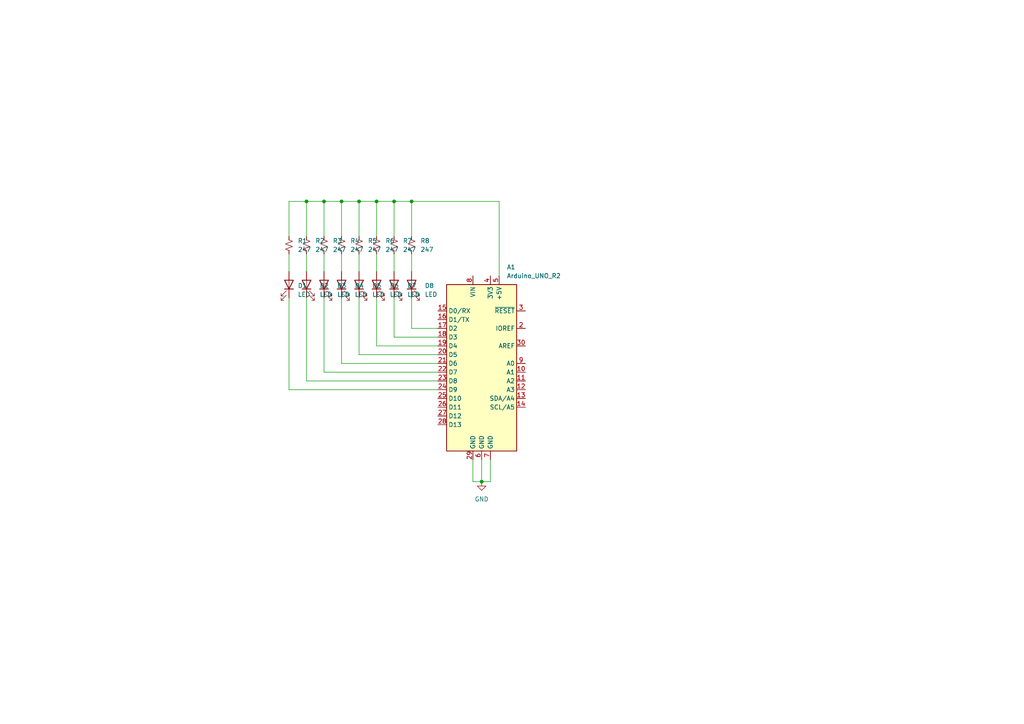
<source format=kicad_sch>
(kicad_sch (version 20230121) (generator eeschema)

  (uuid 2546699e-2cc8-43ad-b4a0-53ccca3d2aa5)

  (paper "A4")

  (title_block
    (title "ARDUINO UNO SHIELD")
    (rev "1")
    (company "BACH KHOA")
    (comment 1 "TRAN DINH HOANG KY ANH")
  )

  (lib_symbols
    (symbol "Device:LED" (pin_numbers hide) (pin_names (offset 1.016) hide) (in_bom yes) (on_board yes)
      (property "Reference" "D" (at 0 2.54 0)
        (effects (font (size 1.27 1.27)))
      )
      (property "Value" "LED" (at 0 -2.54 0)
        (effects (font (size 1.27 1.27)))
      )
      (property "Footprint" "" (at 0 0 0)
        (effects (font (size 1.27 1.27)) hide)
      )
      (property "Datasheet" "~" (at 0 0 0)
        (effects (font (size 1.27 1.27)) hide)
      )
      (property "ki_keywords" "LED diode" (at 0 0 0)
        (effects (font (size 1.27 1.27)) hide)
      )
      (property "ki_description" "Light emitting diode" (at 0 0 0)
        (effects (font (size 1.27 1.27)) hide)
      )
      (property "ki_fp_filters" "LED* LED_SMD:* LED_THT:*" (at 0 0 0)
        (effects (font (size 1.27 1.27)) hide)
      )
      (symbol "LED_0_1"
        (polyline
          (pts
            (xy -1.27 -1.27)
            (xy -1.27 1.27)
          )
          (stroke (width 0.254) (type default))
          (fill (type none))
        )
        (polyline
          (pts
            (xy -1.27 0)
            (xy 1.27 0)
          )
          (stroke (width 0) (type default))
          (fill (type none))
        )
        (polyline
          (pts
            (xy 1.27 -1.27)
            (xy 1.27 1.27)
            (xy -1.27 0)
            (xy 1.27 -1.27)
          )
          (stroke (width 0.254) (type default))
          (fill (type none))
        )
        (polyline
          (pts
            (xy -3.048 -0.762)
            (xy -4.572 -2.286)
            (xy -3.81 -2.286)
            (xy -4.572 -2.286)
            (xy -4.572 -1.524)
          )
          (stroke (width 0) (type default))
          (fill (type none))
        )
        (polyline
          (pts
            (xy -1.778 -0.762)
            (xy -3.302 -2.286)
            (xy -2.54 -2.286)
            (xy -3.302 -2.286)
            (xy -3.302 -1.524)
          )
          (stroke (width 0) (type default))
          (fill (type none))
        )
      )
      (symbol "LED_1_1"
        (pin passive line (at -3.81 0 0) (length 2.54)
          (name "K" (effects (font (size 1.27 1.27))))
          (number "1" (effects (font (size 1.27 1.27))))
        )
        (pin passive line (at 3.81 0 180) (length 2.54)
          (name "A" (effects (font (size 1.27 1.27))))
          (number "2" (effects (font (size 1.27 1.27))))
        )
      )
    )
    (symbol "Device:R_Small_US" (pin_numbers hide) (pin_names (offset 0.254) hide) (in_bom yes) (on_board yes)
      (property "Reference" "R" (at 0.762 0.508 0)
        (effects (font (size 1.27 1.27)) (justify left))
      )
      (property "Value" "R_Small_US" (at 0.762 -1.016 0)
        (effects (font (size 1.27 1.27)) (justify left))
      )
      (property "Footprint" "" (at 0 0 0)
        (effects (font (size 1.27 1.27)) hide)
      )
      (property "Datasheet" "~" (at 0 0 0)
        (effects (font (size 1.27 1.27)) hide)
      )
      (property "ki_keywords" "r resistor" (at 0 0 0)
        (effects (font (size 1.27 1.27)) hide)
      )
      (property "ki_description" "Resistor, small US symbol" (at 0 0 0)
        (effects (font (size 1.27 1.27)) hide)
      )
      (property "ki_fp_filters" "R_*" (at 0 0 0)
        (effects (font (size 1.27 1.27)) hide)
      )
      (symbol "R_Small_US_1_1"
        (polyline
          (pts
            (xy 0 0)
            (xy 1.016 -0.381)
            (xy 0 -0.762)
            (xy -1.016 -1.143)
            (xy 0 -1.524)
          )
          (stroke (width 0) (type default))
          (fill (type none))
        )
        (polyline
          (pts
            (xy 0 1.524)
            (xy 1.016 1.143)
            (xy 0 0.762)
            (xy -1.016 0.381)
            (xy 0 0)
          )
          (stroke (width 0) (type default))
          (fill (type none))
        )
        (pin passive line (at 0 2.54 270) (length 1.016)
          (name "~" (effects (font (size 1.27 1.27))))
          (number "1" (effects (font (size 1.27 1.27))))
        )
        (pin passive line (at 0 -2.54 90) (length 1.016)
          (name "~" (effects (font (size 1.27 1.27))))
          (number "2" (effects (font (size 1.27 1.27))))
        )
      )
    )
    (symbol "MCU_Module:Arduino_UNO_R2" (in_bom yes) (on_board yes)
      (property "Reference" "A" (at -10.16 23.495 0)
        (effects (font (size 1.27 1.27)) (justify left bottom))
      )
      (property "Value" "Arduino_UNO_R2" (at 5.08 -26.67 0)
        (effects (font (size 1.27 1.27)) (justify left top))
      )
      (property "Footprint" "Module:Arduino_UNO_R2" (at 0 0 0)
        (effects (font (size 1.27 1.27) italic) hide)
      )
      (property "Datasheet" "https://www.arduino.cc/en/Main/arduinoBoardUno" (at 0 0 0)
        (effects (font (size 1.27 1.27)) hide)
      )
      (property "ki_keywords" "Arduino UNO R3 Microcontroller Module Atmel AVR USB" (at 0 0 0)
        (effects (font (size 1.27 1.27)) hide)
      )
      (property "ki_description" "Arduino UNO Microcontroller Module, release 2" (at 0 0 0)
        (effects (font (size 1.27 1.27)) hide)
      )
      (property "ki_fp_filters" "Arduino*UNO*R2*" (at 0 0 0)
        (effects (font (size 1.27 1.27)) hide)
      )
      (symbol "Arduino_UNO_R2_0_1"
        (rectangle (start -10.16 22.86) (end 10.16 -25.4)
          (stroke (width 0.254) (type default))
          (fill (type background))
        )
      )
      (symbol "Arduino_UNO_R2_1_1"
        (pin no_connect line (at -10.16 -20.32 0) (length 2.54) hide
          (name "NC" (effects (font (size 1.27 1.27))))
          (number "1" (effects (font (size 1.27 1.27))))
        )
        (pin bidirectional line (at 12.7 -2.54 180) (length 2.54)
          (name "A1" (effects (font (size 1.27 1.27))))
          (number "10" (effects (font (size 1.27 1.27))))
        )
        (pin bidirectional line (at 12.7 -5.08 180) (length 2.54)
          (name "A2" (effects (font (size 1.27 1.27))))
          (number "11" (effects (font (size 1.27 1.27))))
        )
        (pin bidirectional line (at 12.7 -7.62 180) (length 2.54)
          (name "A3" (effects (font (size 1.27 1.27))))
          (number "12" (effects (font (size 1.27 1.27))))
        )
        (pin bidirectional line (at 12.7 -10.16 180) (length 2.54)
          (name "SDA/A4" (effects (font (size 1.27 1.27))))
          (number "13" (effects (font (size 1.27 1.27))))
        )
        (pin bidirectional line (at 12.7 -12.7 180) (length 2.54)
          (name "SCL/A5" (effects (font (size 1.27 1.27))))
          (number "14" (effects (font (size 1.27 1.27))))
        )
        (pin bidirectional line (at -12.7 15.24 0) (length 2.54)
          (name "D0/RX" (effects (font (size 1.27 1.27))))
          (number "15" (effects (font (size 1.27 1.27))))
        )
        (pin bidirectional line (at -12.7 12.7 0) (length 2.54)
          (name "D1/TX" (effects (font (size 1.27 1.27))))
          (number "16" (effects (font (size 1.27 1.27))))
        )
        (pin bidirectional line (at -12.7 10.16 0) (length 2.54)
          (name "D2" (effects (font (size 1.27 1.27))))
          (number "17" (effects (font (size 1.27 1.27))))
        )
        (pin bidirectional line (at -12.7 7.62 0) (length 2.54)
          (name "D3" (effects (font (size 1.27 1.27))))
          (number "18" (effects (font (size 1.27 1.27))))
        )
        (pin bidirectional line (at -12.7 5.08 0) (length 2.54)
          (name "D4" (effects (font (size 1.27 1.27))))
          (number "19" (effects (font (size 1.27 1.27))))
        )
        (pin output line (at 12.7 10.16 180) (length 2.54)
          (name "IOREF" (effects (font (size 1.27 1.27))))
          (number "2" (effects (font (size 1.27 1.27))))
        )
        (pin bidirectional line (at -12.7 2.54 0) (length 2.54)
          (name "D5" (effects (font (size 1.27 1.27))))
          (number "20" (effects (font (size 1.27 1.27))))
        )
        (pin bidirectional line (at -12.7 0 0) (length 2.54)
          (name "D6" (effects (font (size 1.27 1.27))))
          (number "21" (effects (font (size 1.27 1.27))))
        )
        (pin bidirectional line (at -12.7 -2.54 0) (length 2.54)
          (name "D7" (effects (font (size 1.27 1.27))))
          (number "22" (effects (font (size 1.27 1.27))))
        )
        (pin bidirectional line (at -12.7 -5.08 0) (length 2.54)
          (name "D8" (effects (font (size 1.27 1.27))))
          (number "23" (effects (font (size 1.27 1.27))))
        )
        (pin bidirectional line (at -12.7 -7.62 0) (length 2.54)
          (name "D9" (effects (font (size 1.27 1.27))))
          (number "24" (effects (font (size 1.27 1.27))))
        )
        (pin bidirectional line (at -12.7 -10.16 0) (length 2.54)
          (name "D10" (effects (font (size 1.27 1.27))))
          (number "25" (effects (font (size 1.27 1.27))))
        )
        (pin bidirectional line (at -12.7 -12.7 0) (length 2.54)
          (name "D11" (effects (font (size 1.27 1.27))))
          (number "26" (effects (font (size 1.27 1.27))))
        )
        (pin bidirectional line (at -12.7 -15.24 0) (length 2.54)
          (name "D12" (effects (font (size 1.27 1.27))))
          (number "27" (effects (font (size 1.27 1.27))))
        )
        (pin bidirectional line (at -12.7 -17.78 0) (length 2.54)
          (name "D13" (effects (font (size 1.27 1.27))))
          (number "28" (effects (font (size 1.27 1.27))))
        )
        (pin power_in line (at -2.54 -27.94 90) (length 2.54)
          (name "GND" (effects (font (size 1.27 1.27))))
          (number "29" (effects (font (size 1.27 1.27))))
        )
        (pin input line (at 12.7 15.24 180) (length 2.54)
          (name "~{RESET}" (effects (font (size 1.27 1.27))))
          (number "3" (effects (font (size 1.27 1.27))))
        )
        (pin input line (at 12.7 5.08 180) (length 2.54)
          (name "AREF" (effects (font (size 1.27 1.27))))
          (number "30" (effects (font (size 1.27 1.27))))
        )
        (pin power_out line (at 2.54 25.4 270) (length 2.54)
          (name "3V3" (effects (font (size 1.27 1.27))))
          (number "4" (effects (font (size 1.27 1.27))))
        )
        (pin power_out line (at 5.08 25.4 270) (length 2.54)
          (name "+5V" (effects (font (size 1.27 1.27))))
          (number "5" (effects (font (size 1.27 1.27))))
        )
        (pin power_in line (at 0 -27.94 90) (length 2.54)
          (name "GND" (effects (font (size 1.27 1.27))))
          (number "6" (effects (font (size 1.27 1.27))))
        )
        (pin power_in line (at 2.54 -27.94 90) (length 2.54)
          (name "GND" (effects (font (size 1.27 1.27))))
          (number "7" (effects (font (size 1.27 1.27))))
        )
        (pin power_in line (at -2.54 25.4 270) (length 2.54)
          (name "VIN" (effects (font (size 1.27 1.27))))
          (number "8" (effects (font (size 1.27 1.27))))
        )
        (pin bidirectional line (at 12.7 0 180) (length 2.54)
          (name "A0" (effects (font (size 1.27 1.27))))
          (number "9" (effects (font (size 1.27 1.27))))
        )
      )
    )
    (symbol "power:GND" (power) (pin_names (offset 0)) (in_bom yes) (on_board yes)
      (property "Reference" "#PWR" (at 0 -6.35 0)
        (effects (font (size 1.27 1.27)) hide)
      )
      (property "Value" "GND" (at 0 -3.81 0)
        (effects (font (size 1.27 1.27)))
      )
      (property "Footprint" "" (at 0 0 0)
        (effects (font (size 1.27 1.27)) hide)
      )
      (property "Datasheet" "" (at 0 0 0)
        (effects (font (size 1.27 1.27)) hide)
      )
      (property "ki_keywords" "global power" (at 0 0 0)
        (effects (font (size 1.27 1.27)) hide)
      )
      (property "ki_description" "Power symbol creates a global label with name \"GND\" , ground" (at 0 0 0)
        (effects (font (size 1.27 1.27)) hide)
      )
      (symbol "GND_0_1"
        (polyline
          (pts
            (xy 0 0)
            (xy 0 -1.27)
            (xy 1.27 -1.27)
            (xy 0 -2.54)
            (xy -1.27 -1.27)
            (xy 0 -1.27)
          )
          (stroke (width 0) (type default))
          (fill (type none))
        )
      )
      (symbol "GND_1_1"
        (pin power_in line (at 0 0 270) (length 0) hide
          (name "GND" (effects (font (size 1.27 1.27))))
          (number "1" (effects (font (size 1.27 1.27))))
        )
      )
    )
  )

  (junction (at 99.06 58.42) (diameter 0) (color 0 0 0 0)
    (uuid 27b8bedb-713c-4a0b-88c9-9282fe0f14c4)
  )
  (junction (at 104.14 58.42) (diameter 0) (color 0 0 0 0)
    (uuid 347b7757-b58f-4bd9-87fa-04df46866cd5)
  )
  (junction (at 88.9 58.42) (diameter 0) (color 0 0 0 0)
    (uuid 6a18a4c3-8dc6-4f89-a7ff-a8c08dbe6660)
  )
  (junction (at 109.22 58.42) (diameter 0) (color 0 0 0 0)
    (uuid a7392bad-2f30-484e-80ba-65d709fb3494)
  )
  (junction (at 93.98 58.42) (diameter 0) (color 0 0 0 0)
    (uuid bdf03da7-2035-4849-b917-b2ed70157752)
  )
  (junction (at 114.3 58.42) (diameter 0) (color 0 0 0 0)
    (uuid be0b0af6-295a-4e18-b1f3-83f35d9bee6b)
  )
  (junction (at 119.38 58.42) (diameter 0) (color 0 0 0 0)
    (uuid e613bcd7-694f-4f83-b71c-e905919d1a5b)
  )
  (junction (at 139.7 139.7) (diameter 0) (color 0 0 0 0)
    (uuid f2347fa3-a4a0-4501-b5ff-cdab2df6615a)
  )

  (wire (pts (xy 114.3 58.42) (xy 119.38 58.42))
    (stroke (width 0) (type default))
    (uuid 0a06588c-1daf-4d12-a46c-eeba2dc792ff)
  )
  (wire (pts (xy 137.16 139.7) (xy 139.7 139.7))
    (stroke (width 0) (type default))
    (uuid 0d2fb97f-3490-4ccc-872c-e54ce1c496a2)
  )
  (wire (pts (xy 144.78 58.42) (xy 144.78 80.01))
    (stroke (width 0) (type default))
    (uuid 0e326355-63e8-4893-ad8d-c77b9cfc4de8)
  )
  (wire (pts (xy 99.06 58.42) (xy 99.06 68.58))
    (stroke (width 0) (type default))
    (uuid 1a474b7f-221b-4358-935b-f3c40e27d6be)
  )
  (wire (pts (xy 109.22 58.42) (xy 109.22 68.58))
    (stroke (width 0) (type default))
    (uuid 1b73f17e-cc0d-4aa6-b393-d6180df95753)
  )
  (wire (pts (xy 93.98 86.36) (xy 93.98 107.95))
    (stroke (width 0) (type default))
    (uuid 1d99bf54-93fa-4f5f-9443-1c2551e7264c)
  )
  (wire (pts (xy 127 100.33) (xy 109.22 100.33))
    (stroke (width 0) (type default))
    (uuid 2624334e-512e-4c89-84b4-ad6b67146363)
  )
  (wire (pts (xy 127 95.25) (xy 119.38 95.25))
    (stroke (width 0) (type default))
    (uuid 2b210fa6-e950-4064-8467-9fc4e85175ec)
  )
  (wire (pts (xy 142.24 139.7) (xy 139.7 139.7))
    (stroke (width 0) (type default))
    (uuid 2d2ea0df-52e7-46cd-b4c3-200d2530cdaa)
  )
  (wire (pts (xy 104.14 73.66) (xy 104.14 78.74))
    (stroke (width 0) (type default))
    (uuid 31875392-cab4-4e2b-9971-88df2aa88212)
  )
  (wire (pts (xy 83.82 113.03) (xy 127 113.03))
    (stroke (width 0) (type default))
    (uuid 32139baf-f5a7-449f-b55e-fd5ddb23e2be)
  )
  (wire (pts (xy 93.98 58.42) (xy 93.98 68.58))
    (stroke (width 0) (type default))
    (uuid 389c0c8a-2ee4-4f6f-b63a-f82596396ec1)
  )
  (wire (pts (xy 119.38 58.42) (xy 144.78 58.42))
    (stroke (width 0) (type default))
    (uuid 3e9ef0e4-de64-4765-a756-a299d835921e)
  )
  (wire (pts (xy 114.3 86.36) (xy 114.3 97.79))
    (stroke (width 0) (type default))
    (uuid 405f8064-8d71-445f-88ad-2c0a4e750ce8)
  )
  (wire (pts (xy 93.98 73.66) (xy 93.98 78.74))
    (stroke (width 0) (type default))
    (uuid 42dd9b76-0f26-4cbd-9071-b721490ebc0d)
  )
  (wire (pts (xy 104.14 58.42) (xy 104.14 68.58))
    (stroke (width 0) (type default))
    (uuid 44f005c4-54f4-47b5-8404-82d6ff914540)
  )
  (wire (pts (xy 114.3 73.66) (xy 114.3 78.74))
    (stroke (width 0) (type default))
    (uuid 5d7fb7a3-307a-439d-94de-21362a5d9fbc)
  )
  (wire (pts (xy 142.24 133.35) (xy 142.24 139.7))
    (stroke (width 0) (type default))
    (uuid 643eddd9-4e0b-447e-841e-cb0ce731056a)
  )
  (wire (pts (xy 109.22 100.33) (xy 109.22 86.36))
    (stroke (width 0) (type default))
    (uuid 679c93e5-f56f-4b29-8e19-d301ae6d59dd)
  )
  (wire (pts (xy 83.82 58.42) (xy 88.9 58.42))
    (stroke (width 0) (type default))
    (uuid 67d02f00-0c8c-45f4-8d44-5ef190fa84fe)
  )
  (wire (pts (xy 99.06 105.41) (xy 99.06 86.36))
    (stroke (width 0) (type default))
    (uuid 760abb4a-06f2-498f-aa6f-e4892982aeff)
  )
  (wire (pts (xy 127 105.41) (xy 99.06 105.41))
    (stroke (width 0) (type default))
    (uuid 7c580857-06e0-43ea-8917-c525247a535d)
  )
  (wire (pts (xy 88.9 86.36) (xy 88.9 110.49))
    (stroke (width 0) (type default))
    (uuid 7e8be752-d7ca-4230-81a3-06f1e647afcd)
  )
  (wire (pts (xy 83.82 86.36) (xy 83.82 113.03))
    (stroke (width 0) (type default))
    (uuid 81de7adc-02f4-4bd3-859b-2b379f44855b)
  )
  (wire (pts (xy 139.7 133.35) (xy 139.7 139.7))
    (stroke (width 0) (type default))
    (uuid 8585b62a-ce20-46f6-835d-eb1c2f2a7abd)
  )
  (wire (pts (xy 88.9 73.66) (xy 88.9 78.74))
    (stroke (width 0) (type default))
    (uuid 8950a539-93e0-4ebf-951e-93e14bfbb540)
  )
  (wire (pts (xy 119.38 73.66) (xy 119.38 78.74))
    (stroke (width 0) (type default))
    (uuid 97e9cdeb-4371-4e33-b278-2712a6e599ce)
  )
  (wire (pts (xy 88.9 58.42) (xy 93.98 58.42))
    (stroke (width 0) (type default))
    (uuid a663d2d2-8dbb-4f72-93b5-b4787aa889b9)
  )
  (wire (pts (xy 119.38 95.25) (xy 119.38 86.36))
    (stroke (width 0) (type default))
    (uuid ab4178c8-6802-448b-bcda-069210793805)
  )
  (wire (pts (xy 99.06 58.42) (xy 104.14 58.42))
    (stroke (width 0) (type default))
    (uuid ac7b7459-5137-4a8c-a3ef-a6c02f49bc48)
  )
  (wire (pts (xy 109.22 58.42) (xy 114.3 58.42))
    (stroke (width 0) (type default))
    (uuid ad309cfd-e663-4ff4-9b07-e7b7377979cf)
  )
  (wire (pts (xy 93.98 58.42) (xy 99.06 58.42))
    (stroke (width 0) (type default))
    (uuid b4760b75-b223-4326-8e58-dd1ea9637c32)
  )
  (wire (pts (xy 93.98 107.95) (xy 127 107.95))
    (stroke (width 0) (type default))
    (uuid bd046252-e82e-4417-8193-18de60e1eff9)
  )
  (wire (pts (xy 114.3 58.42) (xy 114.3 68.58))
    (stroke (width 0) (type default))
    (uuid c01548b4-4527-466c-89e1-271eb52f5f6f)
  )
  (wire (pts (xy 104.14 58.42) (xy 109.22 58.42))
    (stroke (width 0) (type default))
    (uuid c16991d3-af10-4dce-bf53-d04e3dc9caaf)
  )
  (wire (pts (xy 109.22 73.66) (xy 109.22 78.74))
    (stroke (width 0) (type default))
    (uuid c17063fb-ad5f-4a7a-9b2c-653a012d304a)
  )
  (wire (pts (xy 114.3 97.79) (xy 127 97.79))
    (stroke (width 0) (type default))
    (uuid c303407e-c810-43e7-b823-22d5b298a97b)
  )
  (wire (pts (xy 104.14 86.36) (xy 104.14 102.87))
    (stroke (width 0) (type default))
    (uuid c694a5dc-cf9f-4d7f-a9a7-2736faf1ced0)
  )
  (wire (pts (xy 83.82 68.58) (xy 83.82 58.42))
    (stroke (width 0) (type default))
    (uuid d24fbaba-5d82-4110-ba74-35eae88965a6)
  )
  (wire (pts (xy 137.16 133.35) (xy 137.16 139.7))
    (stroke (width 0) (type default))
    (uuid d7e6b416-fafe-4b4e-92ee-1249c50adf05)
  )
  (wire (pts (xy 104.14 102.87) (xy 127 102.87))
    (stroke (width 0) (type default))
    (uuid daeb7704-46d6-49df-b66e-55af5192764e)
  )
  (wire (pts (xy 119.38 58.42) (xy 119.38 68.58))
    (stroke (width 0) (type default))
    (uuid db21a570-f7be-41e6-abfd-0ed9a9d6be67)
  )
  (wire (pts (xy 88.9 58.42) (xy 88.9 68.58))
    (stroke (width 0) (type default))
    (uuid ea1f5157-ee9b-4c4f-a50e-036ef534ec5c)
  )
  (wire (pts (xy 88.9 110.49) (xy 127 110.49))
    (stroke (width 0) (type default))
    (uuid f11390ea-c488-4d57-8190-9ab2e794f84d)
  )
  (wire (pts (xy 99.06 73.66) (xy 99.06 78.74))
    (stroke (width 0) (type default))
    (uuid f266ec9d-a774-41a7-8297-b9ce32c0a0a0)
  )
  (wire (pts (xy 83.82 73.66) (xy 83.82 78.74))
    (stroke (width 0) (type default))
    (uuid f2e60c08-fe00-4c0b-bdc3-2c8a2d747755)
  )

  (symbol (lib_id "Device:LED") (at 99.06 82.55 90) (unit 1)
    (in_bom yes) (on_board yes) (dnp no) (fields_autoplaced)
    (uuid 27992dd0-0633-4ee9-9558-d5786dfed649)
    (property "Reference" "D4" (at 102.87 82.8675 90)
      (effects (font (size 1.27 1.27)) (justify right))
    )
    (property "Value" "LED" (at 102.87 85.4075 90)
      (effects (font (size 1.27 1.27)) (justify right))
    )
    (property "Footprint" "LED_SMD:LED_0805_2012Metric" (at 99.06 82.55 0)
      (effects (font (size 1.27 1.27)) hide)
    )
    (property "Datasheet" "~" (at 99.06 82.55 0)
      (effects (font (size 1.27 1.27)) hide)
    )
    (pin "1" (uuid a527f859-ed98-4165-bc2c-0e707c6740c8))
    (pin "2" (uuid 0748c38b-e8dd-4b3e-afd5-cc43cbe4a2c7))
    (instances
      (project "SHIELD"
        (path "/2546699e-2cc8-43ad-b4a0-53ccca3d2aa5"
          (reference "D4") (unit 1)
        )
      )
    )
  )

  (symbol (lib_id "Device:R_Small_US") (at 83.82 71.12 0) (unit 1)
    (in_bom yes) (on_board yes) (dnp no) (fields_autoplaced)
    (uuid 27f11dca-1bf4-4bfd-bb7c-724971846e31)
    (property "Reference" "R1" (at 86.36 69.85 0)
      (effects (font (size 1.27 1.27)) (justify left))
    )
    (property "Value" "247" (at 86.36 72.39 0)
      (effects (font (size 1.27 1.27)) (justify left))
    )
    (property "Footprint" "Resistor_SMD:R_0603_1608Metric" (at 83.82 71.12 0)
      (effects (font (size 1.27 1.27)) hide)
    )
    (property "Datasheet" "~" (at 83.82 71.12 0)
      (effects (font (size 1.27 1.27)) hide)
    )
    (pin "1" (uuid f2178f75-854a-46f4-a591-69eb1396dcfd))
    (pin "2" (uuid 8c48be3f-5d95-4668-bad4-85e6b5988d88))
    (instances
      (project "SHIELD"
        (path "/2546699e-2cc8-43ad-b4a0-53ccca3d2aa5"
          (reference "R1") (unit 1)
        )
      )
    )
  )

  (symbol (lib_id "Device:LED") (at 83.82 82.55 270) (mirror x) (unit 1)
    (in_bom yes) (on_board yes) (dnp no) (fields_autoplaced)
    (uuid 3c93e32d-74bb-4e4e-b354-745423765505)
    (property "Reference" "D1" (at 86.36 82.8675 90)
      (effects (font (size 1.27 1.27)) (justify left))
    )
    (property "Value" "LED" (at 86.36 85.4075 90)
      (effects (font (size 1.27 1.27)) (justify left))
    )
    (property "Footprint" "LED_SMD:LED_0805_2012Metric" (at 83.82 82.55 0)
      (effects (font (size 1.27 1.27)) hide)
    )
    (property "Datasheet" "~" (at 83.82 82.55 0)
      (effects (font (size 1.27 1.27)) hide)
    )
    (pin "1" (uuid 51b29090-ebf9-44a6-baf3-6fee35c1fd87))
    (pin "2" (uuid fb075804-7173-44b5-a0b2-11340d628856))
    (instances
      (project "SHIELD"
        (path "/2546699e-2cc8-43ad-b4a0-53ccca3d2aa5"
          (reference "D1") (unit 1)
        )
      )
    )
  )

  (symbol (lib_id "Device:R_Small_US") (at 93.98 71.12 0) (unit 1)
    (in_bom yes) (on_board yes) (dnp no) (fields_autoplaced)
    (uuid 50150a7e-74dc-4148-91d6-2366425201db)
    (property "Reference" "R3" (at 96.52 69.85 0)
      (effects (font (size 1.27 1.27)) (justify left))
    )
    (property "Value" "247" (at 96.52 72.39 0)
      (effects (font (size 1.27 1.27)) (justify left))
    )
    (property "Footprint" "Resistor_SMD:R_0603_1608Metric" (at 93.98 71.12 0)
      (effects (font (size 1.27 1.27)) hide)
    )
    (property "Datasheet" "~" (at 93.98 71.12 0)
      (effects (font (size 1.27 1.27)) hide)
    )
    (pin "1" (uuid 3d2ced12-d60d-4379-9b36-f98b5b9ec83d))
    (pin "2" (uuid 2c4efd5d-b5b5-4c03-9ee0-e660d8e4a4dd))
    (instances
      (project "SHIELD"
        (path "/2546699e-2cc8-43ad-b4a0-53ccca3d2aa5"
          (reference "R3") (unit 1)
        )
      )
    )
  )

  (symbol (lib_id "MCU_Module:Arduino_UNO_R2") (at 139.7 105.41 0) (unit 1)
    (in_bom yes) (on_board yes) (dnp no) (fields_autoplaced)
    (uuid 77bc686a-26d3-4b57-b60f-d21ea24e16c4)
    (property "Reference" "A1" (at 146.9741 77.47 0)
      (effects (font (size 1.27 1.27)) (justify left))
    )
    (property "Value" "Arduino_UNO_R2" (at 146.9741 80.01 0)
      (effects (font (size 1.27 1.27)) (justify left))
    )
    (property "Footprint" "Module:Arduino_UNO_R2" (at 139.7 105.41 0)
      (effects (font (size 1.27 1.27) italic) hide)
    )
    (property "Datasheet" "https://www.arduino.cc/en/Main/arduinoBoardUno" (at 139.7 105.41 0)
      (effects (font (size 1.27 1.27)) hide)
    )
    (pin "26" (uuid 5088772d-24b8-4619-a28d-4109780e9404))
    (pin "4" (uuid c5585d4a-241f-4071-b733-4763a97d6e15))
    (pin "9" (uuid a796eda8-188e-4f53-b447-b8f16cdc617b))
    (pin "19" (uuid 4bbe4dd3-0e30-4d21-9f33-060269a2e468))
    (pin "5" (uuid 01647db6-78fc-436f-8ebc-1de424811f80))
    (pin "27" (uuid d04015e6-f534-4fd7-839d-4f9f53dffce6))
    (pin "11" (uuid 66fcf938-ea30-473f-b09a-146db73fc9ca))
    (pin "28" (uuid 2b15d95b-7b37-4269-885f-ab78044ab827))
    (pin "6" (uuid 787e20ec-efe9-49ca-921b-e3ab0953a175))
    (pin "21" (uuid a37cdcf6-c3df-48d7-8cd8-7d2a8cd06f8a))
    (pin "20" (uuid 839f327b-b4de-45a3-a324-99fd8abc3a20))
    (pin "29" (uuid a3bbd015-4b28-4857-b006-50ed481708bb))
    (pin "12" (uuid 79a9a77b-901b-489b-a395-24a14a0a9934))
    (pin "3" (uuid 89b864f8-2e8f-4534-84b3-c68445d2b6c4))
    (pin "16" (uuid 2dc18a69-75ce-4ea8-aa1a-9a27431a2518))
    (pin "18" (uuid 2f630a5a-b24b-4d75-8997-2a6421fc7f13))
    (pin "25" (uuid 397ed23a-376c-4fe0-a775-2f2a950ccf1d))
    (pin "2" (uuid d1af61c2-a4bd-43c7-80d0-124926a44a5b))
    (pin "13" (uuid 38e562ff-a081-463b-a902-69cce8611ae5))
    (pin "7" (uuid 1b5620c5-aea6-4f69-9b69-f7147ebabcf2))
    (pin "8" (uuid ffd67686-0cac-481a-97e5-ce71eab2cde8))
    (pin "30" (uuid 1194b18c-e045-4c0b-a2d8-29b1092d967c))
    (pin "24" (uuid 7c67b9da-58b6-41c5-9d1e-9016af0e1188))
    (pin "10" (uuid b82df168-3d39-4d5a-922e-f276651d47e6))
    (pin "1" (uuid f3f1432b-9e18-4708-84ce-0a2fcb64d8c3))
    (pin "14" (uuid 780519f4-c183-45a7-8a9b-4765138b1fd2))
    (pin "17" (uuid a4fef69c-e3c5-4932-9580-2e41eed03102))
    (pin "22" (uuid 173b21e1-dcb9-4427-9ec6-09b25ee0290d))
    (pin "15" (uuid 9b7d5b1b-1975-40c3-a27f-a5900e2c3f91))
    (pin "23" (uuid c09fb424-d801-4bb5-adcb-dcf0ad230668))
    (instances
      (project "SHIELD"
        (path "/2546699e-2cc8-43ad-b4a0-53ccca3d2aa5"
          (reference "A1") (unit 1)
        )
      )
    )
  )

  (symbol (lib_id "Device:LED") (at 119.38 82.55 90) (unit 1)
    (in_bom yes) (on_board yes) (dnp no) (fields_autoplaced)
    (uuid 94008c68-35ff-4221-9c7a-349c03c44179)
    (property "Reference" "D8" (at 123.19 82.8675 90)
      (effects (font (size 1.27 1.27)) (justify right))
    )
    (property "Value" "LED" (at 123.19 85.4075 90)
      (effects (font (size 1.27 1.27)) (justify right))
    )
    (property "Footprint" "LED_SMD:LED_0805_2012Metric" (at 119.38 82.55 0)
      (effects (font (size 1.27 1.27)) hide)
    )
    (property "Datasheet" "~" (at 119.38 82.55 0)
      (effects (font (size 1.27 1.27)) hide)
    )
    (pin "1" (uuid df73d280-2739-48fb-97b1-b934e4e41718))
    (pin "2" (uuid 80846009-6fc4-4fb3-8e27-5bde2e739cd0))
    (instances
      (project "SHIELD"
        (path "/2546699e-2cc8-43ad-b4a0-53ccca3d2aa5"
          (reference "D8") (unit 1)
        )
      )
    )
  )

  (symbol (lib_id "Device:R_Small_US") (at 99.06 71.12 0) (unit 1)
    (in_bom yes) (on_board yes) (dnp no) (fields_autoplaced)
    (uuid ab951866-9a3a-48d7-b4b6-35f43a1bd13c)
    (property "Reference" "R4" (at 101.6 69.85 0)
      (effects (font (size 1.27 1.27)) (justify left))
    )
    (property "Value" "247" (at 101.6 72.39 0)
      (effects (font (size 1.27 1.27)) (justify left))
    )
    (property "Footprint" "Resistor_SMD:R_0603_1608Metric" (at 99.06 71.12 0)
      (effects (font (size 1.27 1.27)) hide)
    )
    (property "Datasheet" "~" (at 99.06 71.12 0)
      (effects (font (size 1.27 1.27)) hide)
    )
    (pin "1" (uuid b834b581-fd36-4e18-8dcf-4329b0ddca5d))
    (pin "2" (uuid 74938606-1722-4a1a-9579-5e8760d7b703))
    (instances
      (project "SHIELD"
        (path "/2546699e-2cc8-43ad-b4a0-53ccca3d2aa5"
          (reference "R4") (unit 1)
        )
      )
    )
  )

  (symbol (lib_id "Device:R_Small_US") (at 104.14 71.12 0) (unit 1)
    (in_bom yes) (on_board yes) (dnp no) (fields_autoplaced)
    (uuid b92ca39f-2d2b-4ff3-a5ca-e9829a09fd38)
    (property "Reference" "R5" (at 106.68 69.85 0)
      (effects (font (size 1.27 1.27)) (justify left))
    )
    (property "Value" "247" (at 106.68 72.39 0)
      (effects (font (size 1.27 1.27)) (justify left))
    )
    (property "Footprint" "Resistor_SMD:R_0603_1608Metric" (at 104.14 71.12 0)
      (effects (font (size 1.27 1.27)) hide)
    )
    (property "Datasheet" "~" (at 104.14 71.12 0)
      (effects (font (size 1.27 1.27)) hide)
    )
    (pin "2" (uuid a7dd28c9-23ef-4289-8b22-e45b203f70fc))
    (pin "1" (uuid dc28a83f-40cd-4cf8-9409-fe5f5b2b41d7))
    (instances
      (project "SHIELD"
        (path "/2546699e-2cc8-43ad-b4a0-53ccca3d2aa5"
          (reference "R5") (unit 1)
        )
      )
    )
  )

  (symbol (lib_id "Device:LED") (at 93.98 82.55 90) (unit 1)
    (in_bom yes) (on_board yes) (dnp no) (fields_autoplaced)
    (uuid bb1c37f1-faad-4171-be9f-444866fb9d7c)
    (property "Reference" "D3" (at 97.79 82.8675 90)
      (effects (font (size 1.27 1.27)) (justify right))
    )
    (property "Value" "LED" (at 97.79 85.4075 90)
      (effects (font (size 1.27 1.27)) (justify right))
    )
    (property "Footprint" "LED_SMD:LED_0805_2012Metric" (at 93.98 82.55 0)
      (effects (font (size 1.27 1.27)) hide)
    )
    (property "Datasheet" "~" (at 93.98 82.55 0)
      (effects (font (size 1.27 1.27)) hide)
    )
    (pin "1" (uuid 931e9e79-348e-4264-bb40-a26e0a84ee41))
    (pin "2" (uuid f590aea1-8150-4a75-9fda-fa3b17368853))
    (instances
      (project "SHIELD"
        (path "/2546699e-2cc8-43ad-b4a0-53ccca3d2aa5"
          (reference "D3") (unit 1)
        )
      )
    )
  )

  (symbol (lib_id "Device:LED") (at 114.3 82.55 90) (unit 1)
    (in_bom yes) (on_board yes) (dnp no) (fields_autoplaced)
    (uuid bfc201e6-8d63-408a-b8e7-fad2104b70ad)
    (property "Reference" "D7" (at 118.11 82.8675 90)
      (effects (font (size 1.27 1.27)) (justify right))
    )
    (property "Value" "LED" (at 118.11 85.4075 90)
      (effects (font (size 1.27 1.27)) (justify right))
    )
    (property "Footprint" "LED_SMD:LED_0805_2012Metric" (at 114.3 82.55 0)
      (effects (font (size 1.27 1.27)) hide)
    )
    (property "Datasheet" "~" (at 114.3 82.55 0)
      (effects (font (size 1.27 1.27)) hide)
    )
    (pin "2" (uuid baf8404b-712b-4005-98e6-332a10fd7ad7))
    (pin "1" (uuid e16eaecb-0aae-4918-9e4c-b34c624e307e))
    (instances
      (project "SHIELD"
        (path "/2546699e-2cc8-43ad-b4a0-53ccca3d2aa5"
          (reference "D7") (unit 1)
        )
      )
    )
  )

  (symbol (lib_id "Device:LED") (at 88.9 82.55 90) (unit 1)
    (in_bom yes) (on_board yes) (dnp no) (fields_autoplaced)
    (uuid d755256d-ec62-4755-96b3-2db376935973)
    (property "Reference" "D2" (at 92.71 82.8675 90)
      (effects (font (size 1.27 1.27)) (justify right))
    )
    (property "Value" "LED" (at 92.71 85.4075 90)
      (effects (font (size 1.27 1.27)) (justify right))
    )
    (property "Footprint" "LED_SMD:LED_0805_2012Metric" (at 88.9 82.55 0)
      (effects (font (size 1.27 1.27)) hide)
    )
    (property "Datasheet" "~" (at 88.9 82.55 0)
      (effects (font (size 1.27 1.27)) hide)
    )
    (pin "1" (uuid 04f0c6f8-81ed-4321-8ebb-51ad5724df64))
    (pin "2" (uuid dd59766e-ec97-4373-88dd-76eb10fde8ec))
    (instances
      (project "SHIELD"
        (path "/2546699e-2cc8-43ad-b4a0-53ccca3d2aa5"
          (reference "D2") (unit 1)
        )
      )
    )
  )

  (symbol (lib_id "Device:R_Small_US") (at 88.9 71.12 0) (unit 1)
    (in_bom yes) (on_board yes) (dnp no) (fields_autoplaced)
    (uuid d8f19cee-7540-4481-9644-f0c0e5a34430)
    (property "Reference" "R2" (at 91.44 69.85 0)
      (effects (font (size 1.27 1.27)) (justify left))
    )
    (property "Value" "247" (at 91.44 72.39 0)
      (effects (font (size 1.27 1.27)) (justify left))
    )
    (property "Footprint" "Resistor_SMD:R_0603_1608Metric" (at 88.9 71.12 0)
      (effects (font (size 1.27 1.27)) hide)
    )
    (property "Datasheet" "~" (at 88.9 71.12 0)
      (effects (font (size 1.27 1.27)) hide)
    )
    (pin "1" (uuid 74dbfedb-59cf-44f0-9c44-b1502be44b3d))
    (pin "2" (uuid 750641c1-f3ea-4c0a-b1f9-2dd03d8c9f51))
    (instances
      (project "SHIELD"
        (path "/2546699e-2cc8-43ad-b4a0-53ccca3d2aa5"
          (reference "R2") (unit 1)
        )
      )
    )
  )

  (symbol (lib_id "Device:R_Small_US") (at 114.3 71.12 0) (unit 1)
    (in_bom yes) (on_board yes) (dnp no) (fields_autoplaced)
    (uuid e68e9dc9-636e-49a8-b156-bf3d70aa7e93)
    (property "Reference" "R7" (at 116.84 69.85 0)
      (effects (font (size 1.27 1.27)) (justify left))
    )
    (property "Value" "247" (at 116.84 72.39 0)
      (effects (font (size 1.27 1.27)) (justify left))
    )
    (property "Footprint" "Resistor_SMD:R_0603_1608Metric" (at 114.3 71.12 0)
      (effects (font (size 1.27 1.27)) hide)
    )
    (property "Datasheet" "~" (at 114.3 71.12 0)
      (effects (font (size 1.27 1.27)) hide)
    )
    (pin "2" (uuid 00da2d2f-d7c3-4713-a726-c0988f5df102))
    (pin "1" (uuid a6655009-3786-4ece-a2f0-11c1d46615f1))
    (instances
      (project "SHIELD"
        (path "/2546699e-2cc8-43ad-b4a0-53ccca3d2aa5"
          (reference "R7") (unit 1)
        )
      )
    )
  )

  (symbol (lib_id "Device:LED") (at 109.22 82.55 90) (unit 1)
    (in_bom yes) (on_board yes) (dnp no) (fields_autoplaced)
    (uuid ebbc02cf-bb9a-43dc-8da4-3d674dee1d50)
    (property "Reference" "D6" (at 113.03 82.8675 90)
      (effects (font (size 1.27 1.27)) (justify right))
    )
    (property "Value" "LED" (at 113.03 85.4075 90)
      (effects (font (size 1.27 1.27)) (justify right))
    )
    (property "Footprint" "LED_SMD:LED_0805_2012Metric" (at 109.22 82.55 0)
      (effects (font (size 1.27 1.27)) hide)
    )
    (property "Datasheet" "~" (at 109.22 82.55 0)
      (effects (font (size 1.27 1.27)) hide)
    )
    (pin "1" (uuid 128ca016-17b3-4e08-b3a7-d641fb4ed300))
    (pin "2" (uuid b465a03f-f4e4-4b4e-9e16-92cf36476603))
    (instances
      (project "SHIELD"
        (path "/2546699e-2cc8-43ad-b4a0-53ccca3d2aa5"
          (reference "D6") (unit 1)
        )
      )
    )
  )

  (symbol (lib_id "Device:R_Small_US") (at 109.22 71.12 0) (unit 1)
    (in_bom yes) (on_board yes) (dnp no) (fields_autoplaced)
    (uuid f431da4f-2325-48bf-8b05-de830fd6b6b4)
    (property "Reference" "R6" (at 111.76 69.85 0)
      (effects (font (size 1.27 1.27)) (justify left))
    )
    (property "Value" "247" (at 111.76 72.39 0)
      (effects (font (size 1.27 1.27)) (justify left))
    )
    (property "Footprint" "Resistor_SMD:R_0603_1608Metric" (at 109.22 71.12 0)
      (effects (font (size 1.27 1.27)) hide)
    )
    (property "Datasheet" "~" (at 109.22 71.12 0)
      (effects (font (size 1.27 1.27)) hide)
    )
    (pin "2" (uuid d50ea0b0-42ef-4596-b544-47691f703db2))
    (pin "1" (uuid eeede0f2-a808-46b3-94a6-28d38d6a40d7))
    (instances
      (project "SHIELD"
        (path "/2546699e-2cc8-43ad-b4a0-53ccca3d2aa5"
          (reference "R6") (unit 1)
        )
      )
    )
  )

  (symbol (lib_id "Device:R_Small_US") (at 119.38 71.12 0) (unit 1)
    (in_bom yes) (on_board yes) (dnp no) (fields_autoplaced)
    (uuid fbf86429-2bfa-4bb7-ab3a-c2be6dc07538)
    (property "Reference" "R8" (at 121.92 69.85 0)
      (effects (font (size 1.27 1.27)) (justify left))
    )
    (property "Value" "247" (at 121.92 72.39 0)
      (effects (font (size 1.27 1.27)) (justify left))
    )
    (property "Footprint" "Resistor_SMD:R_0603_1608Metric" (at 119.38 71.12 0)
      (effects (font (size 1.27 1.27)) hide)
    )
    (property "Datasheet" "~" (at 119.38 71.12 0)
      (effects (font (size 1.27 1.27)) hide)
    )
    (pin "2" (uuid 98296c58-cf22-4349-a5f5-d21cd75763a9))
    (pin "1" (uuid 39506de8-44e9-43cf-a646-33e3839ebb42))
    (instances
      (project "SHIELD"
        (path "/2546699e-2cc8-43ad-b4a0-53ccca3d2aa5"
          (reference "R8") (unit 1)
        )
      )
    )
  )

  (symbol (lib_id "power:GND") (at 139.7 139.7 0) (unit 1)
    (in_bom yes) (on_board yes) (dnp no) (fields_autoplaced)
    (uuid fc136c30-942d-4ef7-8200-84e84becebb8)
    (property "Reference" "#PWR01" (at 139.7 146.05 0)
      (effects (font (size 1.27 1.27)) hide)
    )
    (property "Value" "GND" (at 139.7 144.78 0)
      (effects (font (size 1.27 1.27)))
    )
    (property "Footprint" "" (at 139.7 139.7 0)
      (effects (font (size 1.27 1.27)) hide)
    )
    (property "Datasheet" "" (at 139.7 139.7 0)
      (effects (font (size 1.27 1.27)) hide)
    )
    (pin "1" (uuid 2ace20ff-d7f3-4063-9d82-7d87f480aa2d))
    (instances
      (project "SHIELD"
        (path "/2546699e-2cc8-43ad-b4a0-53ccca3d2aa5"
          (reference "#PWR01") (unit 1)
        )
      )
    )
  )

  (symbol (lib_id "Device:LED") (at 104.14 82.55 90) (unit 1)
    (in_bom yes) (on_board yes) (dnp no) (fields_autoplaced)
    (uuid fcc8746a-7b57-4c62-8c37-548031259406)
    (property "Reference" "D5" (at 107.95 82.8675 90)
      (effects (font (size 1.27 1.27)) (justify right))
    )
    (property "Value" "LED" (at 107.95 85.4075 90)
      (effects (font (size 1.27 1.27)) (justify right))
    )
    (property "Footprint" "LED_SMD:LED_0805_2012Metric" (at 104.14 82.55 0)
      (effects (font (size 1.27 1.27)) hide)
    )
    (property "Datasheet" "~" (at 104.14 82.55 0)
      (effects (font (size 1.27 1.27)) hide)
    )
    (pin "1" (uuid 269953ed-8aa5-4077-84b5-430463f041f5))
    (pin "2" (uuid b933b2c9-320d-40d0-a535-fd22330ecb9d))
    (instances
      (project "SHIELD"
        (path "/2546699e-2cc8-43ad-b4a0-53ccca3d2aa5"
          (reference "D5") (unit 1)
        )
      )
    )
  )

  (sheet_instances
    (path "/" (page "1"))
  )
)

</source>
